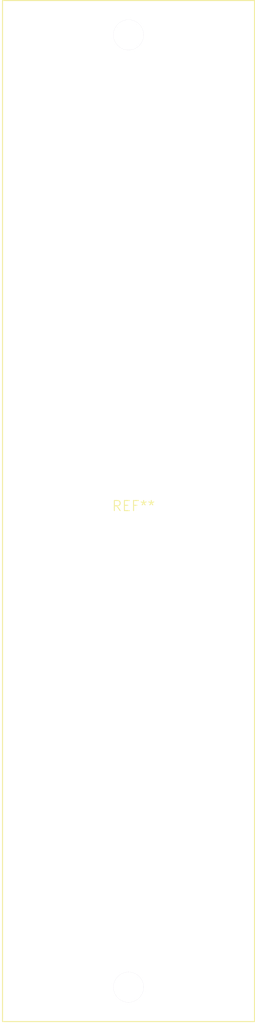
<source format=kicad_pcb>
(kicad_pcb (version 20241229) (generator "pcbnew") (generator_version "9.0")
  (layers (0 "F.Cu" signal) (2 "B.Cu" signal) (13 "F.Paste" user) (15 "B.Paste" user) (5 "F.SilkS" user "F.Silkscreen") (7 "B.SilkS" user "B.Silkscreen") (1 "F.Mask" user) (3 "B.Mask" user) (25 "Edge.Cuts" user))
  (net 0 "")
  (footprint "clectric-diy:1U-AE_Blank" (layer "F.Cu") (at 102.6 155.4)
    (property "Reference" "REF**" (at 13 -51 0) (layer "F.SilkS") (effects (font (thickness 0.1))))
    (property "Value" "1U_Blank")
    (fp_line (start 0 -101) (end 25 -101) (stroke (width 0.1)) (layer "F.SilkS"))
    (fp_line (start 0 0) (end 0 -101) (stroke (width 0.1)) (layer "F.SilkS"))
    (fp_line (start 25 -101) (end 25 0) (stroke (width 0.1)) (layer "F.SilkS"))
    (fp_line (start 25 0) (end 0 0) (stroke (width 0.1)) (layer "F.SilkS"))
    (pad "" thru_hole circle (at 12.5 -97.6) (size 3 3) (drill 3) (layers "*.Cu" "*.Mask"))
    (pad "" thru_hole circle (at 12.5 -3.4) (size 3 3) (drill 3) (layers "*.Cu" "*.Mask"))
  )
)
</source>
